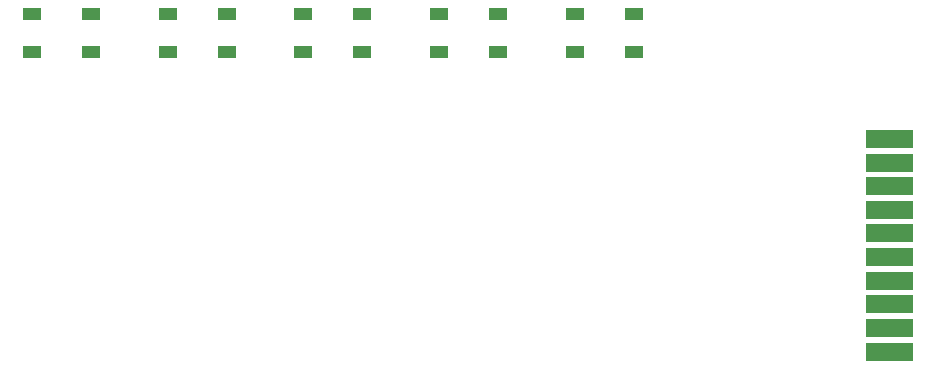
<source format=gbr>
G04 #@! TF.FileFunction,Paste,Top*
%FSLAX46Y46*%
G04 Gerber Fmt 4.6, Leading zero omitted, Abs format (unit mm)*
G04 Created by KiCad (PCBNEW 4.0.6) date 10/16/17 12:02:40*
%MOMM*%
%LPD*%
G01*
G04 APERTURE LIST*
%ADD10C,0.100000*%
%ADD11R,1.600000X1.000000*%
G04 APERTURE END LIST*
D10*
D11*
X161000000Y-104200000D03*
X161000000Y-101000000D03*
X156000000Y-104200000D03*
X156000000Y-101000000D03*
X149500000Y-104200000D03*
X149500000Y-101000000D03*
X144500000Y-104200000D03*
X144500000Y-101000000D03*
X138000000Y-104200000D03*
X138000000Y-101000000D03*
X133000000Y-104200000D03*
X133000000Y-101000000D03*
X126500000Y-104200000D03*
X126500000Y-101000000D03*
X121500000Y-104200000D03*
X121500000Y-101000000D03*
X115000000Y-104200000D03*
X115000000Y-101000000D03*
X110000000Y-104200000D03*
X110000000Y-101000000D03*
D10*
G36*
X180650000Y-112312000D02*
X180650000Y-110788000D01*
X184650000Y-110788000D01*
X184650000Y-112312000D01*
X180650000Y-112312000D01*
X180650000Y-112312000D01*
G37*
G36*
X180650000Y-114312000D02*
X180650000Y-112788000D01*
X184650000Y-112788000D01*
X184650000Y-114312000D01*
X180650000Y-114312000D01*
X180650000Y-114312000D01*
G37*
G36*
X180650000Y-122312000D02*
X180650000Y-120788000D01*
X184650000Y-120788000D01*
X184650000Y-122312000D01*
X180650000Y-122312000D01*
X180650000Y-122312000D01*
G37*
G36*
X180650000Y-120312000D02*
X180650000Y-118788000D01*
X184650000Y-118788000D01*
X184650000Y-120312000D01*
X180650000Y-120312000D01*
X180650000Y-120312000D01*
G37*
G36*
X180650000Y-128312000D02*
X180650000Y-126788000D01*
X184650000Y-126788000D01*
X184650000Y-128312000D01*
X180650000Y-128312000D01*
X180650000Y-128312000D01*
G37*
G36*
X180650000Y-130312000D02*
X180650000Y-128788000D01*
X184650000Y-128788000D01*
X184650000Y-130312000D01*
X180650000Y-130312000D01*
X180650000Y-130312000D01*
G37*
G36*
X180650000Y-116312000D02*
X180650000Y-114788000D01*
X184650000Y-114788000D01*
X184650000Y-116312000D01*
X180650000Y-116312000D01*
X180650000Y-116312000D01*
G37*
G36*
X180650000Y-118312000D02*
X180650000Y-116788000D01*
X184650000Y-116788000D01*
X184650000Y-118312000D01*
X180650000Y-118312000D01*
X180650000Y-118312000D01*
G37*
G36*
X180650000Y-126312000D02*
X180650000Y-124788000D01*
X184650000Y-124788000D01*
X184650000Y-126312000D01*
X180650000Y-126312000D01*
X180650000Y-126312000D01*
G37*
G36*
X180650000Y-124312000D02*
X180650000Y-122788000D01*
X184650000Y-122788000D01*
X184650000Y-124312000D01*
X180650000Y-124312000D01*
X180650000Y-124312000D01*
G37*
M02*

</source>
